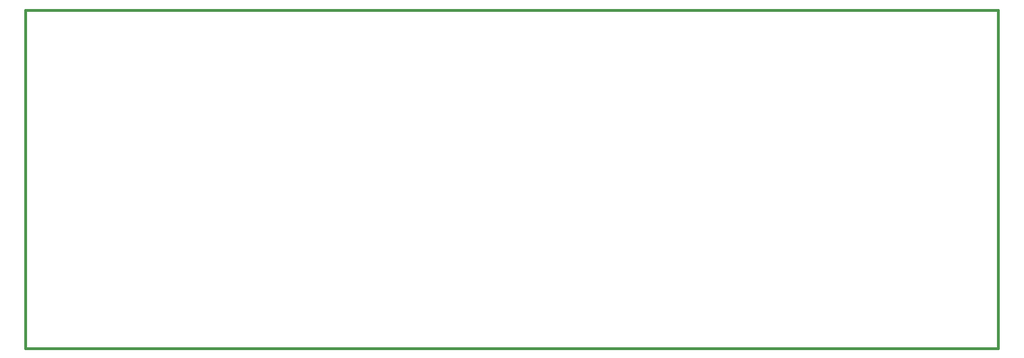
<source format=gbr>
G04 #@! TF.FileFunction,Profile,NP*
%FSLAX46Y46*%
G04 Gerber Fmt 4.6, Leading zero omitted, Abs format (unit mm)*
G04 Created by KiCad (PCBNEW 4.0.5+dfsg1-4) date Sun Dec 29 19:25:46 2019*
%MOMM*%
%LPD*%
G01*
G04 APERTURE LIST*
%ADD10C,0.100000*%
%ADD11C,0.381000*%
G04 APERTURE END LIST*
D10*
D11*
X57150000Y-105410000D02*
X203200000Y-105410000D01*
X57150000Y-54610000D02*
X203200000Y-54610000D01*
X57150000Y-105410000D02*
X57150000Y-54610000D01*
X203200000Y-54610000D02*
X203200000Y-105410000D01*
M02*

</source>
